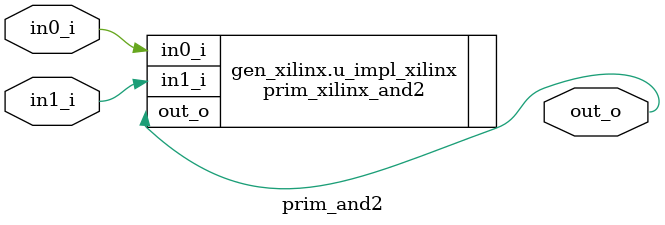
<source format=v>
module prim_and2 (
	in0_i,
	in1_i,
	out_o
);
	parameter signed [31:0] Width = 1;
	input [Width - 1:0] in0_i;
	input [Width - 1:0] in1_i;
	output wire [Width - 1:0] out_o;
	localparam integer Impl = 32'sd1;
	generate
		if (Impl == 32'sd1) begin : gen_xilinx
			prim_xilinx_and2 #(.Width(Width)) u_impl_xilinx(
				.in0_i(in0_i),
				.in1_i(in1_i),
				.out_o(out_o)
			);
		end
		else begin : gen_generic
			prim_generic_and2 #(.Width(Width)) u_impl_generic(
				.in0_i(in0_i),
				.in1_i(in1_i),
				.out_o(out_o)
			);
		end
	endgenerate
endmodule

</source>
